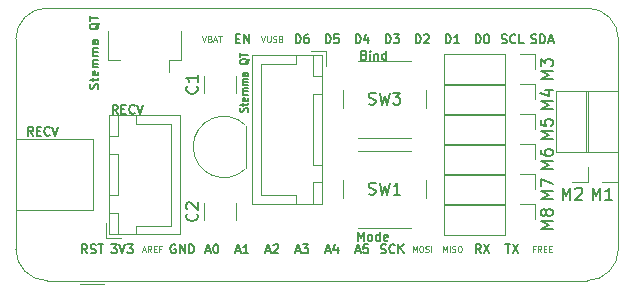
<source format=gbr>
G04 #@! TF.GenerationSoftware,KiCad,Pcbnew,7.0.7*
G04 #@! TF.CreationDate,2023-09-29T20:48:47-07:00*
G04 #@! TF.ProjectId,feather-fc,66656174-6865-4722-9d66-632e6b696361,rev?*
G04 #@! TF.SameCoordinates,Original*
G04 #@! TF.FileFunction,Legend,Top*
G04 #@! TF.FilePolarity,Positive*
%FSLAX46Y46*%
G04 Gerber Fmt 4.6, Leading zero omitted, Abs format (unit mm)*
G04 Created by KiCad (PCBNEW 7.0.7) date 2023-09-29 20:48:47*
%MOMM*%
%LPD*%
G01*
G04 APERTURE LIST*
%ADD10C,0.150000*%
%ADD11C,0.100000*%
%ADD12C,0.120000*%
G04 APERTURE END LIST*
D10*
X54252255Y-44985414D02*
X54252255Y-44235414D01*
X54252255Y-44235414D02*
X54502255Y-44771128D01*
X54502255Y-44771128D02*
X54752255Y-44235414D01*
X54752255Y-44235414D02*
X54752255Y-44985414D01*
X55216541Y-44985414D02*
X55145112Y-44949700D01*
X55145112Y-44949700D02*
X55109398Y-44913985D01*
X55109398Y-44913985D02*
X55073684Y-44842557D01*
X55073684Y-44842557D02*
X55073684Y-44628271D01*
X55073684Y-44628271D02*
X55109398Y-44556842D01*
X55109398Y-44556842D02*
X55145112Y-44521128D01*
X55145112Y-44521128D02*
X55216541Y-44485414D01*
X55216541Y-44485414D02*
X55323684Y-44485414D01*
X55323684Y-44485414D02*
X55395112Y-44521128D01*
X55395112Y-44521128D02*
X55430827Y-44556842D01*
X55430827Y-44556842D02*
X55466541Y-44628271D01*
X55466541Y-44628271D02*
X55466541Y-44842557D01*
X55466541Y-44842557D02*
X55430827Y-44913985D01*
X55430827Y-44913985D02*
X55395112Y-44949700D01*
X55395112Y-44949700D02*
X55323684Y-44985414D01*
X55323684Y-44985414D02*
X55216541Y-44985414D01*
X56109398Y-44985414D02*
X56109398Y-44235414D01*
X56109398Y-44949700D02*
X56037969Y-44985414D01*
X56037969Y-44985414D02*
X55895112Y-44985414D01*
X55895112Y-44985414D02*
X55823683Y-44949700D01*
X55823683Y-44949700D02*
X55787969Y-44913985D01*
X55787969Y-44913985D02*
X55752255Y-44842557D01*
X55752255Y-44842557D02*
X55752255Y-44628271D01*
X55752255Y-44628271D02*
X55787969Y-44556842D01*
X55787969Y-44556842D02*
X55823683Y-44521128D01*
X55823683Y-44521128D02*
X55895112Y-44485414D01*
X55895112Y-44485414D02*
X56037969Y-44485414D01*
X56037969Y-44485414D02*
X56109398Y-44521128D01*
X56752254Y-44949700D02*
X56680826Y-44985414D01*
X56680826Y-44985414D02*
X56537969Y-44985414D01*
X56537969Y-44985414D02*
X56466540Y-44949700D01*
X56466540Y-44949700D02*
X56430826Y-44878271D01*
X56430826Y-44878271D02*
X56430826Y-44592557D01*
X56430826Y-44592557D02*
X56466540Y-44521128D01*
X56466540Y-44521128D02*
X56537969Y-44485414D01*
X56537969Y-44485414D02*
X56680826Y-44485414D01*
X56680826Y-44485414D02*
X56752254Y-44521128D01*
X56752254Y-44521128D02*
X56787969Y-44592557D01*
X56787969Y-44592557D02*
X56787969Y-44663985D01*
X56787969Y-44663985D02*
X56430826Y-44735414D01*
X54792255Y-29277557D02*
X54899398Y-29313271D01*
X54899398Y-29313271D02*
X54935112Y-29348985D01*
X54935112Y-29348985D02*
X54970826Y-29420414D01*
X54970826Y-29420414D02*
X54970826Y-29527557D01*
X54970826Y-29527557D02*
X54935112Y-29598985D01*
X54935112Y-29598985D02*
X54899398Y-29634700D01*
X54899398Y-29634700D02*
X54827969Y-29670414D01*
X54827969Y-29670414D02*
X54542255Y-29670414D01*
X54542255Y-29670414D02*
X54542255Y-28920414D01*
X54542255Y-28920414D02*
X54792255Y-28920414D01*
X54792255Y-28920414D02*
X54863684Y-28956128D01*
X54863684Y-28956128D02*
X54899398Y-28991842D01*
X54899398Y-28991842D02*
X54935112Y-29063271D01*
X54935112Y-29063271D02*
X54935112Y-29134700D01*
X54935112Y-29134700D02*
X54899398Y-29206128D01*
X54899398Y-29206128D02*
X54863684Y-29241842D01*
X54863684Y-29241842D02*
X54792255Y-29277557D01*
X54792255Y-29277557D02*
X54542255Y-29277557D01*
X55292255Y-29670414D02*
X55292255Y-29170414D01*
X55292255Y-28920414D02*
X55256541Y-28956128D01*
X55256541Y-28956128D02*
X55292255Y-28991842D01*
X55292255Y-28991842D02*
X55327969Y-28956128D01*
X55327969Y-28956128D02*
X55292255Y-28920414D01*
X55292255Y-28920414D02*
X55292255Y-28991842D01*
X55649398Y-29170414D02*
X55649398Y-29670414D01*
X55649398Y-29241842D02*
X55685112Y-29206128D01*
X55685112Y-29206128D02*
X55756541Y-29170414D01*
X55756541Y-29170414D02*
X55863684Y-29170414D01*
X55863684Y-29170414D02*
X55935112Y-29206128D01*
X55935112Y-29206128D02*
X55970827Y-29277557D01*
X55970827Y-29277557D02*
X55970827Y-29670414D01*
X56649398Y-29670414D02*
X56649398Y-28920414D01*
X56649398Y-29634700D02*
X56577969Y-29670414D01*
X56577969Y-29670414D02*
X56435112Y-29670414D01*
X56435112Y-29670414D02*
X56363683Y-29634700D01*
X56363683Y-29634700D02*
X56327969Y-29598985D01*
X56327969Y-29598985D02*
X56292255Y-29527557D01*
X56292255Y-29527557D02*
X56292255Y-29313271D01*
X56292255Y-29313271D02*
X56327969Y-29241842D01*
X56327969Y-29241842D02*
X56363683Y-29206128D01*
X56363683Y-29206128D02*
X56435112Y-29170414D01*
X56435112Y-29170414D02*
X56577969Y-29170414D01*
X56577969Y-29170414D02*
X56649398Y-29206128D01*
X33361428Y-45309164D02*
X33825714Y-45309164D01*
X33825714Y-45309164D02*
X33575714Y-45594878D01*
X33575714Y-45594878D02*
X33682857Y-45594878D01*
X33682857Y-45594878D02*
X33754286Y-45630592D01*
X33754286Y-45630592D02*
X33790000Y-45666307D01*
X33790000Y-45666307D02*
X33825714Y-45737735D01*
X33825714Y-45737735D02*
X33825714Y-45916307D01*
X33825714Y-45916307D02*
X33790000Y-45987735D01*
X33790000Y-45987735D02*
X33754286Y-46023450D01*
X33754286Y-46023450D02*
X33682857Y-46059164D01*
X33682857Y-46059164D02*
X33468571Y-46059164D01*
X33468571Y-46059164D02*
X33397143Y-46023450D01*
X33397143Y-46023450D02*
X33361428Y-45987735D01*
X34040000Y-45309164D02*
X34290000Y-46059164D01*
X34290000Y-46059164D02*
X34540000Y-45309164D01*
X34718571Y-45309164D02*
X35182857Y-45309164D01*
X35182857Y-45309164D02*
X34932857Y-45594878D01*
X34932857Y-45594878D02*
X35040000Y-45594878D01*
X35040000Y-45594878D02*
X35111429Y-45630592D01*
X35111429Y-45630592D02*
X35147143Y-45666307D01*
X35147143Y-45666307D02*
X35182857Y-45737735D01*
X35182857Y-45737735D02*
X35182857Y-45916307D01*
X35182857Y-45916307D02*
X35147143Y-45987735D01*
X35147143Y-45987735D02*
X35111429Y-46023450D01*
X35111429Y-46023450D02*
X35040000Y-46059164D01*
X35040000Y-46059164D02*
X34825714Y-46059164D01*
X34825714Y-46059164D02*
X34754286Y-46023450D01*
X34754286Y-46023450D02*
X34718571Y-45987735D01*
D11*
X36020477Y-45803252D02*
X36258572Y-45803252D01*
X35972858Y-45946109D02*
X36139524Y-45446109D01*
X36139524Y-45446109D02*
X36306191Y-45946109D01*
X36758571Y-45946109D02*
X36591905Y-45708014D01*
X36472857Y-45946109D02*
X36472857Y-45446109D01*
X36472857Y-45446109D02*
X36663333Y-45446109D01*
X36663333Y-45446109D02*
X36710952Y-45469919D01*
X36710952Y-45469919D02*
X36734762Y-45493728D01*
X36734762Y-45493728D02*
X36758571Y-45541347D01*
X36758571Y-45541347D02*
X36758571Y-45612776D01*
X36758571Y-45612776D02*
X36734762Y-45660395D01*
X36734762Y-45660395D02*
X36710952Y-45684204D01*
X36710952Y-45684204D02*
X36663333Y-45708014D01*
X36663333Y-45708014D02*
X36472857Y-45708014D01*
X36972857Y-45684204D02*
X37139524Y-45684204D01*
X37210952Y-45946109D02*
X36972857Y-45946109D01*
X36972857Y-45946109D02*
X36972857Y-45446109D01*
X36972857Y-45446109D02*
X37210952Y-45446109D01*
X37591905Y-45684204D02*
X37425238Y-45684204D01*
X37425238Y-45946109D02*
X37425238Y-45446109D01*
X37425238Y-45446109D02*
X37663333Y-45446109D01*
D10*
X38798571Y-45344878D02*
X38727143Y-45309164D01*
X38727143Y-45309164D02*
X38620000Y-45309164D01*
X38620000Y-45309164D02*
X38512857Y-45344878D01*
X38512857Y-45344878D02*
X38441428Y-45416307D01*
X38441428Y-45416307D02*
X38405714Y-45487735D01*
X38405714Y-45487735D02*
X38370000Y-45630592D01*
X38370000Y-45630592D02*
X38370000Y-45737735D01*
X38370000Y-45737735D02*
X38405714Y-45880592D01*
X38405714Y-45880592D02*
X38441428Y-45952021D01*
X38441428Y-45952021D02*
X38512857Y-46023450D01*
X38512857Y-46023450D02*
X38620000Y-46059164D01*
X38620000Y-46059164D02*
X38691428Y-46059164D01*
X38691428Y-46059164D02*
X38798571Y-46023450D01*
X38798571Y-46023450D02*
X38834285Y-45987735D01*
X38834285Y-45987735D02*
X38834285Y-45737735D01*
X38834285Y-45737735D02*
X38691428Y-45737735D01*
X39155714Y-46059164D02*
X39155714Y-45309164D01*
X39155714Y-45309164D02*
X39584285Y-46059164D01*
X39584285Y-46059164D02*
X39584285Y-45309164D01*
X39941428Y-46059164D02*
X39941428Y-45309164D01*
X39941428Y-45309164D02*
X40119999Y-45309164D01*
X40119999Y-45309164D02*
X40227142Y-45344878D01*
X40227142Y-45344878D02*
X40298571Y-45416307D01*
X40298571Y-45416307D02*
X40334285Y-45487735D01*
X40334285Y-45487735D02*
X40369999Y-45630592D01*
X40369999Y-45630592D02*
X40369999Y-45737735D01*
X40369999Y-45737735D02*
X40334285Y-45880592D01*
X40334285Y-45880592D02*
X40298571Y-45952021D01*
X40298571Y-45952021D02*
X40227142Y-46023450D01*
X40227142Y-46023450D02*
X40119999Y-46059164D01*
X40119999Y-46059164D02*
X39941428Y-46059164D01*
X41374286Y-45844878D02*
X41731429Y-45844878D01*
X41302857Y-46059164D02*
X41552857Y-45309164D01*
X41552857Y-45309164D02*
X41802857Y-46059164D01*
X42195714Y-45309164D02*
X42267143Y-45309164D01*
X42267143Y-45309164D02*
X42338571Y-45344878D01*
X42338571Y-45344878D02*
X42374286Y-45380592D01*
X42374286Y-45380592D02*
X42410000Y-45452021D01*
X42410000Y-45452021D02*
X42445714Y-45594878D01*
X42445714Y-45594878D02*
X42445714Y-45773450D01*
X42445714Y-45773450D02*
X42410000Y-45916307D01*
X42410000Y-45916307D02*
X42374286Y-45987735D01*
X42374286Y-45987735D02*
X42338571Y-46023450D01*
X42338571Y-46023450D02*
X42267143Y-46059164D01*
X42267143Y-46059164D02*
X42195714Y-46059164D01*
X42195714Y-46059164D02*
X42124286Y-46023450D01*
X42124286Y-46023450D02*
X42088571Y-45987735D01*
X42088571Y-45987735D02*
X42052857Y-45916307D01*
X42052857Y-45916307D02*
X42017143Y-45773450D01*
X42017143Y-45773450D02*
X42017143Y-45594878D01*
X42017143Y-45594878D02*
X42052857Y-45452021D01*
X42052857Y-45452021D02*
X42088571Y-45380592D01*
X42088571Y-45380592D02*
X42124286Y-45344878D01*
X42124286Y-45344878D02*
X42195714Y-45309164D01*
X43914286Y-45844878D02*
X44271429Y-45844878D01*
X43842857Y-46059164D02*
X44092857Y-45309164D01*
X44092857Y-45309164D02*
X44342857Y-46059164D01*
X44985714Y-46059164D02*
X44557143Y-46059164D01*
X44771428Y-46059164D02*
X44771428Y-45309164D01*
X44771428Y-45309164D02*
X44700000Y-45416307D01*
X44700000Y-45416307D02*
X44628571Y-45487735D01*
X44628571Y-45487735D02*
X44557143Y-45523450D01*
X46454286Y-45844878D02*
X46811429Y-45844878D01*
X46382857Y-46059164D02*
X46632857Y-45309164D01*
X46632857Y-45309164D02*
X46882857Y-46059164D01*
X47097143Y-45380592D02*
X47132857Y-45344878D01*
X47132857Y-45344878D02*
X47204286Y-45309164D01*
X47204286Y-45309164D02*
X47382857Y-45309164D01*
X47382857Y-45309164D02*
X47454286Y-45344878D01*
X47454286Y-45344878D02*
X47490000Y-45380592D01*
X47490000Y-45380592D02*
X47525714Y-45452021D01*
X47525714Y-45452021D02*
X47525714Y-45523450D01*
X47525714Y-45523450D02*
X47490000Y-45630592D01*
X47490000Y-45630592D02*
X47061428Y-46059164D01*
X47061428Y-46059164D02*
X47525714Y-46059164D01*
X48994286Y-45844878D02*
X49351429Y-45844878D01*
X48922857Y-46059164D02*
X49172857Y-45309164D01*
X49172857Y-45309164D02*
X49422857Y-46059164D01*
X49601428Y-45309164D02*
X50065714Y-45309164D01*
X50065714Y-45309164D02*
X49815714Y-45594878D01*
X49815714Y-45594878D02*
X49922857Y-45594878D01*
X49922857Y-45594878D02*
X49994286Y-45630592D01*
X49994286Y-45630592D02*
X50030000Y-45666307D01*
X50030000Y-45666307D02*
X50065714Y-45737735D01*
X50065714Y-45737735D02*
X50065714Y-45916307D01*
X50065714Y-45916307D02*
X50030000Y-45987735D01*
X50030000Y-45987735D02*
X49994286Y-46023450D01*
X49994286Y-46023450D02*
X49922857Y-46059164D01*
X49922857Y-46059164D02*
X49708571Y-46059164D01*
X49708571Y-46059164D02*
X49637143Y-46023450D01*
X49637143Y-46023450D02*
X49601428Y-45987735D01*
X51534286Y-45844878D02*
X51891429Y-45844878D01*
X51462857Y-46059164D02*
X51712857Y-45309164D01*
X51712857Y-45309164D02*
X51962857Y-46059164D01*
X52534286Y-45559164D02*
X52534286Y-46059164D01*
X52355714Y-45273450D02*
X52177143Y-45809164D01*
X52177143Y-45809164D02*
X52641428Y-45809164D01*
X54074286Y-45844878D02*
X54431429Y-45844878D01*
X54002857Y-46059164D02*
X54252857Y-45309164D01*
X54252857Y-45309164D02*
X54502857Y-46059164D01*
X55110000Y-45309164D02*
X54752857Y-45309164D01*
X54752857Y-45309164D02*
X54717143Y-45666307D01*
X54717143Y-45666307D02*
X54752857Y-45630592D01*
X54752857Y-45630592D02*
X54824286Y-45594878D01*
X54824286Y-45594878D02*
X55002857Y-45594878D01*
X55002857Y-45594878D02*
X55074286Y-45630592D01*
X55074286Y-45630592D02*
X55110000Y-45666307D01*
X55110000Y-45666307D02*
X55145714Y-45737735D01*
X55145714Y-45737735D02*
X55145714Y-45916307D01*
X55145714Y-45916307D02*
X55110000Y-45987735D01*
X55110000Y-45987735D02*
X55074286Y-46023450D01*
X55074286Y-46023450D02*
X55002857Y-46059164D01*
X55002857Y-46059164D02*
X54824286Y-46059164D01*
X54824286Y-46059164D02*
X54752857Y-46023450D01*
X54752857Y-46023450D02*
X54717143Y-45987735D01*
X56185714Y-46023450D02*
X56292857Y-46059164D01*
X56292857Y-46059164D02*
X56471428Y-46059164D01*
X56471428Y-46059164D02*
X56542857Y-46023450D01*
X56542857Y-46023450D02*
X56578571Y-45987735D01*
X56578571Y-45987735D02*
X56614285Y-45916307D01*
X56614285Y-45916307D02*
X56614285Y-45844878D01*
X56614285Y-45844878D02*
X56578571Y-45773450D01*
X56578571Y-45773450D02*
X56542857Y-45737735D01*
X56542857Y-45737735D02*
X56471428Y-45702021D01*
X56471428Y-45702021D02*
X56328571Y-45666307D01*
X56328571Y-45666307D02*
X56257142Y-45630592D01*
X56257142Y-45630592D02*
X56221428Y-45594878D01*
X56221428Y-45594878D02*
X56185714Y-45523450D01*
X56185714Y-45523450D02*
X56185714Y-45452021D01*
X56185714Y-45452021D02*
X56221428Y-45380592D01*
X56221428Y-45380592D02*
X56257142Y-45344878D01*
X56257142Y-45344878D02*
X56328571Y-45309164D01*
X56328571Y-45309164D02*
X56507142Y-45309164D01*
X56507142Y-45309164D02*
X56614285Y-45344878D01*
X57364285Y-45987735D02*
X57328571Y-46023450D01*
X57328571Y-46023450D02*
X57221428Y-46059164D01*
X57221428Y-46059164D02*
X57150000Y-46059164D01*
X57150000Y-46059164D02*
X57042857Y-46023450D01*
X57042857Y-46023450D02*
X56971428Y-45952021D01*
X56971428Y-45952021D02*
X56935714Y-45880592D01*
X56935714Y-45880592D02*
X56900000Y-45737735D01*
X56900000Y-45737735D02*
X56900000Y-45630592D01*
X56900000Y-45630592D02*
X56935714Y-45487735D01*
X56935714Y-45487735D02*
X56971428Y-45416307D01*
X56971428Y-45416307D02*
X57042857Y-45344878D01*
X57042857Y-45344878D02*
X57150000Y-45309164D01*
X57150000Y-45309164D02*
X57221428Y-45309164D01*
X57221428Y-45309164D02*
X57328571Y-45344878D01*
X57328571Y-45344878D02*
X57364285Y-45380592D01*
X57685714Y-46059164D02*
X57685714Y-45309164D01*
X58114285Y-46059164D02*
X57792857Y-45630592D01*
X58114285Y-45309164D02*
X57685714Y-45737735D01*
D11*
X58904285Y-45946109D02*
X58904285Y-45446109D01*
X58904285Y-45446109D02*
X59070952Y-45803252D01*
X59070952Y-45803252D02*
X59237618Y-45446109D01*
X59237618Y-45446109D02*
X59237618Y-45946109D01*
X59570952Y-45446109D02*
X59666190Y-45446109D01*
X59666190Y-45446109D02*
X59713809Y-45469919D01*
X59713809Y-45469919D02*
X59761428Y-45517538D01*
X59761428Y-45517538D02*
X59785238Y-45612776D01*
X59785238Y-45612776D02*
X59785238Y-45779442D01*
X59785238Y-45779442D02*
X59761428Y-45874680D01*
X59761428Y-45874680D02*
X59713809Y-45922300D01*
X59713809Y-45922300D02*
X59666190Y-45946109D01*
X59666190Y-45946109D02*
X59570952Y-45946109D01*
X59570952Y-45946109D02*
X59523333Y-45922300D01*
X59523333Y-45922300D02*
X59475714Y-45874680D01*
X59475714Y-45874680D02*
X59451905Y-45779442D01*
X59451905Y-45779442D02*
X59451905Y-45612776D01*
X59451905Y-45612776D02*
X59475714Y-45517538D01*
X59475714Y-45517538D02*
X59523333Y-45469919D01*
X59523333Y-45469919D02*
X59570952Y-45446109D01*
X59975715Y-45922300D02*
X60047143Y-45946109D01*
X60047143Y-45946109D02*
X60166191Y-45946109D01*
X60166191Y-45946109D02*
X60213810Y-45922300D01*
X60213810Y-45922300D02*
X60237619Y-45898490D01*
X60237619Y-45898490D02*
X60261429Y-45850871D01*
X60261429Y-45850871D02*
X60261429Y-45803252D01*
X60261429Y-45803252D02*
X60237619Y-45755633D01*
X60237619Y-45755633D02*
X60213810Y-45731823D01*
X60213810Y-45731823D02*
X60166191Y-45708014D01*
X60166191Y-45708014D02*
X60070953Y-45684204D01*
X60070953Y-45684204D02*
X60023334Y-45660395D01*
X60023334Y-45660395D02*
X59999524Y-45636585D01*
X59999524Y-45636585D02*
X59975715Y-45588966D01*
X59975715Y-45588966D02*
X59975715Y-45541347D01*
X59975715Y-45541347D02*
X59999524Y-45493728D01*
X59999524Y-45493728D02*
X60023334Y-45469919D01*
X60023334Y-45469919D02*
X60070953Y-45446109D01*
X60070953Y-45446109D02*
X60190000Y-45446109D01*
X60190000Y-45446109D02*
X60261429Y-45469919D01*
X60475714Y-45946109D02*
X60475714Y-45446109D01*
X61444285Y-45946109D02*
X61444285Y-45446109D01*
X61444285Y-45446109D02*
X61610952Y-45803252D01*
X61610952Y-45803252D02*
X61777618Y-45446109D01*
X61777618Y-45446109D02*
X61777618Y-45946109D01*
X62015714Y-45946109D02*
X62015714Y-45446109D01*
X62230000Y-45922300D02*
X62301428Y-45946109D01*
X62301428Y-45946109D02*
X62420476Y-45946109D01*
X62420476Y-45946109D02*
X62468095Y-45922300D01*
X62468095Y-45922300D02*
X62491904Y-45898490D01*
X62491904Y-45898490D02*
X62515714Y-45850871D01*
X62515714Y-45850871D02*
X62515714Y-45803252D01*
X62515714Y-45803252D02*
X62491904Y-45755633D01*
X62491904Y-45755633D02*
X62468095Y-45731823D01*
X62468095Y-45731823D02*
X62420476Y-45708014D01*
X62420476Y-45708014D02*
X62325238Y-45684204D01*
X62325238Y-45684204D02*
X62277619Y-45660395D01*
X62277619Y-45660395D02*
X62253809Y-45636585D01*
X62253809Y-45636585D02*
X62230000Y-45588966D01*
X62230000Y-45588966D02*
X62230000Y-45541347D01*
X62230000Y-45541347D02*
X62253809Y-45493728D01*
X62253809Y-45493728D02*
X62277619Y-45469919D01*
X62277619Y-45469919D02*
X62325238Y-45446109D01*
X62325238Y-45446109D02*
X62444285Y-45446109D01*
X62444285Y-45446109D02*
X62515714Y-45469919D01*
X62825237Y-45446109D02*
X62920475Y-45446109D01*
X62920475Y-45446109D02*
X62968094Y-45469919D01*
X62968094Y-45469919D02*
X63015713Y-45517538D01*
X63015713Y-45517538D02*
X63039523Y-45612776D01*
X63039523Y-45612776D02*
X63039523Y-45779442D01*
X63039523Y-45779442D02*
X63015713Y-45874680D01*
X63015713Y-45874680D02*
X62968094Y-45922300D01*
X62968094Y-45922300D02*
X62920475Y-45946109D01*
X62920475Y-45946109D02*
X62825237Y-45946109D01*
X62825237Y-45946109D02*
X62777618Y-45922300D01*
X62777618Y-45922300D02*
X62729999Y-45874680D01*
X62729999Y-45874680D02*
X62706190Y-45779442D01*
X62706190Y-45779442D02*
X62706190Y-45612776D01*
X62706190Y-45612776D02*
X62729999Y-45517538D01*
X62729999Y-45517538D02*
X62777618Y-45469919D01*
X62777618Y-45469919D02*
X62825237Y-45446109D01*
D10*
X64644999Y-46059164D02*
X64394999Y-45702021D01*
X64216428Y-46059164D02*
X64216428Y-45309164D01*
X64216428Y-45309164D02*
X64502142Y-45309164D01*
X64502142Y-45309164D02*
X64573571Y-45344878D01*
X64573571Y-45344878D02*
X64609285Y-45380592D01*
X64609285Y-45380592D02*
X64644999Y-45452021D01*
X64644999Y-45452021D02*
X64644999Y-45559164D01*
X64644999Y-45559164D02*
X64609285Y-45630592D01*
X64609285Y-45630592D02*
X64573571Y-45666307D01*
X64573571Y-45666307D02*
X64502142Y-45702021D01*
X64502142Y-45702021D02*
X64216428Y-45702021D01*
X64894999Y-45309164D02*
X65394999Y-46059164D01*
X65394999Y-45309164D02*
X64894999Y-46059164D01*
X66738571Y-45309164D02*
X67167143Y-45309164D01*
X66952857Y-46059164D02*
X66952857Y-45309164D01*
X67345714Y-45309164D02*
X67845714Y-46059164D01*
X67845714Y-45309164D02*
X67345714Y-46059164D01*
D11*
X69219048Y-45684204D02*
X69052381Y-45684204D01*
X69052381Y-45946109D02*
X69052381Y-45446109D01*
X69052381Y-45446109D02*
X69290476Y-45446109D01*
X69766666Y-45946109D02*
X69600000Y-45708014D01*
X69480952Y-45946109D02*
X69480952Y-45446109D01*
X69480952Y-45446109D02*
X69671428Y-45446109D01*
X69671428Y-45446109D02*
X69719047Y-45469919D01*
X69719047Y-45469919D02*
X69742857Y-45493728D01*
X69742857Y-45493728D02*
X69766666Y-45541347D01*
X69766666Y-45541347D02*
X69766666Y-45612776D01*
X69766666Y-45612776D02*
X69742857Y-45660395D01*
X69742857Y-45660395D02*
X69719047Y-45684204D01*
X69719047Y-45684204D02*
X69671428Y-45708014D01*
X69671428Y-45708014D02*
X69480952Y-45708014D01*
X69980952Y-45684204D02*
X70147619Y-45684204D01*
X70219047Y-45946109D02*
X69980952Y-45946109D01*
X69980952Y-45946109D02*
X69980952Y-45446109D01*
X69980952Y-45446109D02*
X70219047Y-45446109D01*
X70433333Y-45684204D02*
X70600000Y-45684204D01*
X70671428Y-45946109D02*
X70433333Y-45946109D01*
X70433333Y-45946109D02*
X70433333Y-45446109D01*
X70433333Y-45446109D02*
X70671428Y-45446109D01*
D10*
X68939286Y-28243450D02*
X69046429Y-28279164D01*
X69046429Y-28279164D02*
X69225000Y-28279164D01*
X69225000Y-28279164D02*
X69296429Y-28243450D01*
X69296429Y-28243450D02*
X69332143Y-28207735D01*
X69332143Y-28207735D02*
X69367857Y-28136307D01*
X69367857Y-28136307D02*
X69367857Y-28064878D01*
X69367857Y-28064878D02*
X69332143Y-27993450D01*
X69332143Y-27993450D02*
X69296429Y-27957735D01*
X69296429Y-27957735D02*
X69225000Y-27922021D01*
X69225000Y-27922021D02*
X69082143Y-27886307D01*
X69082143Y-27886307D02*
X69010714Y-27850592D01*
X69010714Y-27850592D02*
X68975000Y-27814878D01*
X68975000Y-27814878D02*
X68939286Y-27743450D01*
X68939286Y-27743450D02*
X68939286Y-27672021D01*
X68939286Y-27672021D02*
X68975000Y-27600592D01*
X68975000Y-27600592D02*
X69010714Y-27564878D01*
X69010714Y-27564878D02*
X69082143Y-27529164D01*
X69082143Y-27529164D02*
X69260714Y-27529164D01*
X69260714Y-27529164D02*
X69367857Y-27564878D01*
X69689286Y-28279164D02*
X69689286Y-27529164D01*
X69689286Y-27529164D02*
X69867857Y-27529164D01*
X69867857Y-27529164D02*
X69975000Y-27564878D01*
X69975000Y-27564878D02*
X70046429Y-27636307D01*
X70046429Y-27636307D02*
X70082143Y-27707735D01*
X70082143Y-27707735D02*
X70117857Y-27850592D01*
X70117857Y-27850592D02*
X70117857Y-27957735D01*
X70117857Y-27957735D02*
X70082143Y-28100592D01*
X70082143Y-28100592D02*
X70046429Y-28172021D01*
X70046429Y-28172021D02*
X69975000Y-28243450D01*
X69975000Y-28243450D02*
X69867857Y-28279164D01*
X69867857Y-28279164D02*
X69689286Y-28279164D01*
X70403572Y-28064878D02*
X70760715Y-28064878D01*
X70332143Y-28279164D02*
X70582143Y-27529164D01*
X70582143Y-27529164D02*
X70832143Y-28279164D01*
X66417143Y-28243450D02*
X66524286Y-28279164D01*
X66524286Y-28279164D02*
X66702857Y-28279164D01*
X66702857Y-28279164D02*
X66774286Y-28243450D01*
X66774286Y-28243450D02*
X66810000Y-28207735D01*
X66810000Y-28207735D02*
X66845714Y-28136307D01*
X66845714Y-28136307D02*
X66845714Y-28064878D01*
X66845714Y-28064878D02*
X66810000Y-27993450D01*
X66810000Y-27993450D02*
X66774286Y-27957735D01*
X66774286Y-27957735D02*
X66702857Y-27922021D01*
X66702857Y-27922021D02*
X66560000Y-27886307D01*
X66560000Y-27886307D02*
X66488571Y-27850592D01*
X66488571Y-27850592D02*
X66452857Y-27814878D01*
X66452857Y-27814878D02*
X66417143Y-27743450D01*
X66417143Y-27743450D02*
X66417143Y-27672021D01*
X66417143Y-27672021D02*
X66452857Y-27600592D01*
X66452857Y-27600592D02*
X66488571Y-27564878D01*
X66488571Y-27564878D02*
X66560000Y-27529164D01*
X66560000Y-27529164D02*
X66738571Y-27529164D01*
X66738571Y-27529164D02*
X66845714Y-27564878D01*
X67595714Y-28207735D02*
X67560000Y-28243450D01*
X67560000Y-28243450D02*
X67452857Y-28279164D01*
X67452857Y-28279164D02*
X67381429Y-28279164D01*
X67381429Y-28279164D02*
X67274286Y-28243450D01*
X67274286Y-28243450D02*
X67202857Y-28172021D01*
X67202857Y-28172021D02*
X67167143Y-28100592D01*
X67167143Y-28100592D02*
X67131429Y-27957735D01*
X67131429Y-27957735D02*
X67131429Y-27850592D01*
X67131429Y-27850592D02*
X67167143Y-27707735D01*
X67167143Y-27707735D02*
X67202857Y-27636307D01*
X67202857Y-27636307D02*
X67274286Y-27564878D01*
X67274286Y-27564878D02*
X67381429Y-27529164D01*
X67381429Y-27529164D02*
X67452857Y-27529164D01*
X67452857Y-27529164D02*
X67560000Y-27564878D01*
X67560000Y-27564878D02*
X67595714Y-27600592D01*
X68274286Y-28279164D02*
X67917143Y-28279164D01*
X67917143Y-28279164D02*
X67917143Y-27529164D01*
X64216428Y-28279164D02*
X64216428Y-27529164D01*
X64216428Y-27529164D02*
X64394999Y-27529164D01*
X64394999Y-27529164D02*
X64502142Y-27564878D01*
X64502142Y-27564878D02*
X64573571Y-27636307D01*
X64573571Y-27636307D02*
X64609285Y-27707735D01*
X64609285Y-27707735D02*
X64644999Y-27850592D01*
X64644999Y-27850592D02*
X64644999Y-27957735D01*
X64644999Y-27957735D02*
X64609285Y-28100592D01*
X64609285Y-28100592D02*
X64573571Y-28172021D01*
X64573571Y-28172021D02*
X64502142Y-28243450D01*
X64502142Y-28243450D02*
X64394999Y-28279164D01*
X64394999Y-28279164D02*
X64216428Y-28279164D01*
X65109285Y-27529164D02*
X65180714Y-27529164D01*
X65180714Y-27529164D02*
X65252142Y-27564878D01*
X65252142Y-27564878D02*
X65287857Y-27600592D01*
X65287857Y-27600592D02*
X65323571Y-27672021D01*
X65323571Y-27672021D02*
X65359285Y-27814878D01*
X65359285Y-27814878D02*
X65359285Y-27993450D01*
X65359285Y-27993450D02*
X65323571Y-28136307D01*
X65323571Y-28136307D02*
X65287857Y-28207735D01*
X65287857Y-28207735D02*
X65252142Y-28243450D01*
X65252142Y-28243450D02*
X65180714Y-28279164D01*
X65180714Y-28279164D02*
X65109285Y-28279164D01*
X65109285Y-28279164D02*
X65037857Y-28243450D01*
X65037857Y-28243450D02*
X65002142Y-28207735D01*
X65002142Y-28207735D02*
X64966428Y-28136307D01*
X64966428Y-28136307D02*
X64930714Y-27993450D01*
X64930714Y-27993450D02*
X64930714Y-27814878D01*
X64930714Y-27814878D02*
X64966428Y-27672021D01*
X64966428Y-27672021D02*
X65002142Y-27600592D01*
X65002142Y-27600592D02*
X65037857Y-27564878D01*
X65037857Y-27564878D02*
X65109285Y-27529164D01*
X61676428Y-28279164D02*
X61676428Y-27529164D01*
X61676428Y-27529164D02*
X61854999Y-27529164D01*
X61854999Y-27529164D02*
X61962142Y-27564878D01*
X61962142Y-27564878D02*
X62033571Y-27636307D01*
X62033571Y-27636307D02*
X62069285Y-27707735D01*
X62069285Y-27707735D02*
X62104999Y-27850592D01*
X62104999Y-27850592D02*
X62104999Y-27957735D01*
X62104999Y-27957735D02*
X62069285Y-28100592D01*
X62069285Y-28100592D02*
X62033571Y-28172021D01*
X62033571Y-28172021D02*
X61962142Y-28243450D01*
X61962142Y-28243450D02*
X61854999Y-28279164D01*
X61854999Y-28279164D02*
X61676428Y-28279164D01*
X62819285Y-28279164D02*
X62390714Y-28279164D01*
X62604999Y-28279164D02*
X62604999Y-27529164D01*
X62604999Y-27529164D02*
X62533571Y-27636307D01*
X62533571Y-27636307D02*
X62462142Y-27707735D01*
X62462142Y-27707735D02*
X62390714Y-27743450D01*
X59136428Y-28279164D02*
X59136428Y-27529164D01*
X59136428Y-27529164D02*
X59314999Y-27529164D01*
X59314999Y-27529164D02*
X59422142Y-27564878D01*
X59422142Y-27564878D02*
X59493571Y-27636307D01*
X59493571Y-27636307D02*
X59529285Y-27707735D01*
X59529285Y-27707735D02*
X59564999Y-27850592D01*
X59564999Y-27850592D02*
X59564999Y-27957735D01*
X59564999Y-27957735D02*
X59529285Y-28100592D01*
X59529285Y-28100592D02*
X59493571Y-28172021D01*
X59493571Y-28172021D02*
X59422142Y-28243450D01*
X59422142Y-28243450D02*
X59314999Y-28279164D01*
X59314999Y-28279164D02*
X59136428Y-28279164D01*
X59850714Y-27600592D02*
X59886428Y-27564878D01*
X59886428Y-27564878D02*
X59957857Y-27529164D01*
X59957857Y-27529164D02*
X60136428Y-27529164D01*
X60136428Y-27529164D02*
X60207857Y-27564878D01*
X60207857Y-27564878D02*
X60243571Y-27600592D01*
X60243571Y-27600592D02*
X60279285Y-27672021D01*
X60279285Y-27672021D02*
X60279285Y-27743450D01*
X60279285Y-27743450D02*
X60243571Y-27850592D01*
X60243571Y-27850592D02*
X59814999Y-28279164D01*
X59814999Y-28279164D02*
X60279285Y-28279164D01*
X56596428Y-28279164D02*
X56596428Y-27529164D01*
X56596428Y-27529164D02*
X56774999Y-27529164D01*
X56774999Y-27529164D02*
X56882142Y-27564878D01*
X56882142Y-27564878D02*
X56953571Y-27636307D01*
X56953571Y-27636307D02*
X56989285Y-27707735D01*
X56989285Y-27707735D02*
X57024999Y-27850592D01*
X57024999Y-27850592D02*
X57024999Y-27957735D01*
X57024999Y-27957735D02*
X56989285Y-28100592D01*
X56989285Y-28100592D02*
X56953571Y-28172021D01*
X56953571Y-28172021D02*
X56882142Y-28243450D01*
X56882142Y-28243450D02*
X56774999Y-28279164D01*
X56774999Y-28279164D02*
X56596428Y-28279164D01*
X57274999Y-27529164D02*
X57739285Y-27529164D01*
X57739285Y-27529164D02*
X57489285Y-27814878D01*
X57489285Y-27814878D02*
X57596428Y-27814878D01*
X57596428Y-27814878D02*
X57667857Y-27850592D01*
X57667857Y-27850592D02*
X57703571Y-27886307D01*
X57703571Y-27886307D02*
X57739285Y-27957735D01*
X57739285Y-27957735D02*
X57739285Y-28136307D01*
X57739285Y-28136307D02*
X57703571Y-28207735D01*
X57703571Y-28207735D02*
X57667857Y-28243450D01*
X57667857Y-28243450D02*
X57596428Y-28279164D01*
X57596428Y-28279164D02*
X57382142Y-28279164D01*
X57382142Y-28279164D02*
X57310714Y-28243450D01*
X57310714Y-28243450D02*
X57274999Y-28207735D01*
X54056428Y-28279164D02*
X54056428Y-27529164D01*
X54056428Y-27529164D02*
X54234999Y-27529164D01*
X54234999Y-27529164D02*
X54342142Y-27564878D01*
X54342142Y-27564878D02*
X54413571Y-27636307D01*
X54413571Y-27636307D02*
X54449285Y-27707735D01*
X54449285Y-27707735D02*
X54484999Y-27850592D01*
X54484999Y-27850592D02*
X54484999Y-27957735D01*
X54484999Y-27957735D02*
X54449285Y-28100592D01*
X54449285Y-28100592D02*
X54413571Y-28172021D01*
X54413571Y-28172021D02*
X54342142Y-28243450D01*
X54342142Y-28243450D02*
X54234999Y-28279164D01*
X54234999Y-28279164D02*
X54056428Y-28279164D01*
X55127857Y-27779164D02*
X55127857Y-28279164D01*
X54949285Y-27493450D02*
X54770714Y-28029164D01*
X54770714Y-28029164D02*
X55234999Y-28029164D01*
X51516428Y-28279164D02*
X51516428Y-27529164D01*
X51516428Y-27529164D02*
X51694999Y-27529164D01*
X51694999Y-27529164D02*
X51802142Y-27564878D01*
X51802142Y-27564878D02*
X51873571Y-27636307D01*
X51873571Y-27636307D02*
X51909285Y-27707735D01*
X51909285Y-27707735D02*
X51944999Y-27850592D01*
X51944999Y-27850592D02*
X51944999Y-27957735D01*
X51944999Y-27957735D02*
X51909285Y-28100592D01*
X51909285Y-28100592D02*
X51873571Y-28172021D01*
X51873571Y-28172021D02*
X51802142Y-28243450D01*
X51802142Y-28243450D02*
X51694999Y-28279164D01*
X51694999Y-28279164D02*
X51516428Y-28279164D01*
X52623571Y-27529164D02*
X52266428Y-27529164D01*
X52266428Y-27529164D02*
X52230714Y-27886307D01*
X52230714Y-27886307D02*
X52266428Y-27850592D01*
X52266428Y-27850592D02*
X52337857Y-27814878D01*
X52337857Y-27814878D02*
X52516428Y-27814878D01*
X52516428Y-27814878D02*
X52587857Y-27850592D01*
X52587857Y-27850592D02*
X52623571Y-27886307D01*
X52623571Y-27886307D02*
X52659285Y-27957735D01*
X52659285Y-27957735D02*
X52659285Y-28136307D01*
X52659285Y-28136307D02*
X52623571Y-28207735D01*
X52623571Y-28207735D02*
X52587857Y-28243450D01*
X52587857Y-28243450D02*
X52516428Y-28279164D01*
X52516428Y-28279164D02*
X52337857Y-28279164D01*
X52337857Y-28279164D02*
X52266428Y-28243450D01*
X52266428Y-28243450D02*
X52230714Y-28207735D01*
X48976428Y-28279164D02*
X48976428Y-27529164D01*
X48976428Y-27529164D02*
X49154999Y-27529164D01*
X49154999Y-27529164D02*
X49262142Y-27564878D01*
X49262142Y-27564878D02*
X49333571Y-27636307D01*
X49333571Y-27636307D02*
X49369285Y-27707735D01*
X49369285Y-27707735D02*
X49404999Y-27850592D01*
X49404999Y-27850592D02*
X49404999Y-27957735D01*
X49404999Y-27957735D02*
X49369285Y-28100592D01*
X49369285Y-28100592D02*
X49333571Y-28172021D01*
X49333571Y-28172021D02*
X49262142Y-28243450D01*
X49262142Y-28243450D02*
X49154999Y-28279164D01*
X49154999Y-28279164D02*
X48976428Y-28279164D01*
X50047857Y-27529164D02*
X49904999Y-27529164D01*
X49904999Y-27529164D02*
X49833571Y-27564878D01*
X49833571Y-27564878D02*
X49797857Y-27600592D01*
X49797857Y-27600592D02*
X49726428Y-27707735D01*
X49726428Y-27707735D02*
X49690714Y-27850592D01*
X49690714Y-27850592D02*
X49690714Y-28136307D01*
X49690714Y-28136307D02*
X49726428Y-28207735D01*
X49726428Y-28207735D02*
X49762142Y-28243450D01*
X49762142Y-28243450D02*
X49833571Y-28279164D01*
X49833571Y-28279164D02*
X49976428Y-28279164D01*
X49976428Y-28279164D02*
X50047857Y-28243450D01*
X50047857Y-28243450D02*
X50083571Y-28207735D01*
X50083571Y-28207735D02*
X50119285Y-28136307D01*
X50119285Y-28136307D02*
X50119285Y-27957735D01*
X50119285Y-27957735D02*
X50083571Y-27886307D01*
X50083571Y-27886307D02*
X50047857Y-27850592D01*
X50047857Y-27850592D02*
X49976428Y-27814878D01*
X49976428Y-27814878D02*
X49833571Y-27814878D01*
X49833571Y-27814878D02*
X49762142Y-27850592D01*
X49762142Y-27850592D02*
X49726428Y-27886307D01*
X49726428Y-27886307D02*
X49690714Y-27957735D01*
X43896429Y-27886307D02*
X44146429Y-27886307D01*
X44253572Y-28279164D02*
X43896429Y-28279164D01*
X43896429Y-28279164D02*
X43896429Y-27529164D01*
X43896429Y-27529164D02*
X44253572Y-27529164D01*
X44575000Y-28279164D02*
X44575000Y-27529164D01*
X44575000Y-27529164D02*
X45003571Y-28279164D01*
X45003571Y-28279164D02*
X45003571Y-27529164D01*
D11*
X41088572Y-27666109D02*
X41255238Y-28166109D01*
X41255238Y-28166109D02*
X41421905Y-27666109D01*
X41755238Y-27904204D02*
X41826666Y-27928014D01*
X41826666Y-27928014D02*
X41850476Y-27951823D01*
X41850476Y-27951823D02*
X41874285Y-27999442D01*
X41874285Y-27999442D02*
X41874285Y-28070871D01*
X41874285Y-28070871D02*
X41850476Y-28118490D01*
X41850476Y-28118490D02*
X41826666Y-28142300D01*
X41826666Y-28142300D02*
X41779047Y-28166109D01*
X41779047Y-28166109D02*
X41588571Y-28166109D01*
X41588571Y-28166109D02*
X41588571Y-27666109D01*
X41588571Y-27666109D02*
X41755238Y-27666109D01*
X41755238Y-27666109D02*
X41802857Y-27689919D01*
X41802857Y-27689919D02*
X41826666Y-27713728D01*
X41826666Y-27713728D02*
X41850476Y-27761347D01*
X41850476Y-27761347D02*
X41850476Y-27808966D01*
X41850476Y-27808966D02*
X41826666Y-27856585D01*
X41826666Y-27856585D02*
X41802857Y-27880395D01*
X41802857Y-27880395D02*
X41755238Y-27904204D01*
X41755238Y-27904204D02*
X41588571Y-27904204D01*
X42064762Y-28023252D02*
X42302857Y-28023252D01*
X42017143Y-28166109D02*
X42183809Y-27666109D01*
X42183809Y-27666109D02*
X42350476Y-28166109D01*
X42445714Y-27666109D02*
X42731428Y-27666109D01*
X42588571Y-28166109D02*
X42588571Y-27666109D01*
X46073334Y-27666109D02*
X46240000Y-28166109D01*
X46240000Y-28166109D02*
X46406667Y-27666109D01*
X46573333Y-27666109D02*
X46573333Y-28070871D01*
X46573333Y-28070871D02*
X46597143Y-28118490D01*
X46597143Y-28118490D02*
X46620952Y-28142300D01*
X46620952Y-28142300D02*
X46668571Y-28166109D01*
X46668571Y-28166109D02*
X46763809Y-28166109D01*
X46763809Y-28166109D02*
X46811428Y-28142300D01*
X46811428Y-28142300D02*
X46835238Y-28118490D01*
X46835238Y-28118490D02*
X46859047Y-28070871D01*
X46859047Y-28070871D02*
X46859047Y-27666109D01*
X47073334Y-28142300D02*
X47144762Y-28166109D01*
X47144762Y-28166109D02*
X47263810Y-28166109D01*
X47263810Y-28166109D02*
X47311429Y-28142300D01*
X47311429Y-28142300D02*
X47335238Y-28118490D01*
X47335238Y-28118490D02*
X47359048Y-28070871D01*
X47359048Y-28070871D02*
X47359048Y-28023252D01*
X47359048Y-28023252D02*
X47335238Y-27975633D01*
X47335238Y-27975633D02*
X47311429Y-27951823D01*
X47311429Y-27951823D02*
X47263810Y-27928014D01*
X47263810Y-27928014D02*
X47168572Y-27904204D01*
X47168572Y-27904204D02*
X47120953Y-27880395D01*
X47120953Y-27880395D02*
X47097143Y-27856585D01*
X47097143Y-27856585D02*
X47073334Y-27808966D01*
X47073334Y-27808966D02*
X47073334Y-27761347D01*
X47073334Y-27761347D02*
X47097143Y-27713728D01*
X47097143Y-27713728D02*
X47120953Y-27689919D01*
X47120953Y-27689919D02*
X47168572Y-27666109D01*
X47168572Y-27666109D02*
X47287619Y-27666109D01*
X47287619Y-27666109D02*
X47359048Y-27689919D01*
X47740000Y-27904204D02*
X47811428Y-27928014D01*
X47811428Y-27928014D02*
X47835238Y-27951823D01*
X47835238Y-27951823D02*
X47859047Y-27999442D01*
X47859047Y-27999442D02*
X47859047Y-28070871D01*
X47859047Y-28070871D02*
X47835238Y-28118490D01*
X47835238Y-28118490D02*
X47811428Y-28142300D01*
X47811428Y-28142300D02*
X47763809Y-28166109D01*
X47763809Y-28166109D02*
X47573333Y-28166109D01*
X47573333Y-28166109D02*
X47573333Y-27666109D01*
X47573333Y-27666109D02*
X47740000Y-27666109D01*
X47740000Y-27666109D02*
X47787619Y-27689919D01*
X47787619Y-27689919D02*
X47811428Y-27713728D01*
X47811428Y-27713728D02*
X47835238Y-27761347D01*
X47835238Y-27761347D02*
X47835238Y-27808966D01*
X47835238Y-27808966D02*
X47811428Y-27856585D01*
X47811428Y-27856585D02*
X47787619Y-27880395D01*
X47787619Y-27880395D02*
X47740000Y-27904204D01*
X47740000Y-27904204D02*
X47573333Y-27904204D01*
D10*
X44949700Y-34077030D02*
X44985414Y-33991316D01*
X44985414Y-33991316D02*
X44985414Y-33848458D01*
X44985414Y-33848458D02*
X44949700Y-33791316D01*
X44949700Y-33791316D02*
X44913985Y-33762744D01*
X44913985Y-33762744D02*
X44842557Y-33734173D01*
X44842557Y-33734173D02*
X44771128Y-33734173D01*
X44771128Y-33734173D02*
X44699700Y-33762744D01*
X44699700Y-33762744D02*
X44663985Y-33791316D01*
X44663985Y-33791316D02*
X44628271Y-33848458D01*
X44628271Y-33848458D02*
X44592557Y-33962744D01*
X44592557Y-33962744D02*
X44556842Y-34019887D01*
X44556842Y-34019887D02*
X44521128Y-34048458D01*
X44521128Y-34048458D02*
X44449700Y-34077030D01*
X44449700Y-34077030D02*
X44378271Y-34077030D01*
X44378271Y-34077030D02*
X44306842Y-34048458D01*
X44306842Y-34048458D02*
X44271128Y-34019887D01*
X44271128Y-34019887D02*
X44235414Y-33962744D01*
X44235414Y-33962744D02*
X44235414Y-33819887D01*
X44235414Y-33819887D02*
X44271128Y-33734173D01*
X44485414Y-33562744D02*
X44485414Y-33334172D01*
X44235414Y-33477029D02*
X44878271Y-33477029D01*
X44878271Y-33477029D02*
X44949700Y-33448458D01*
X44949700Y-33448458D02*
X44985414Y-33391315D01*
X44985414Y-33391315D02*
X44985414Y-33334172D01*
X44949700Y-32905601D02*
X44985414Y-32962744D01*
X44985414Y-32962744D02*
X44985414Y-33077030D01*
X44985414Y-33077030D02*
X44949700Y-33134172D01*
X44949700Y-33134172D02*
X44878271Y-33162744D01*
X44878271Y-33162744D02*
X44592557Y-33162744D01*
X44592557Y-33162744D02*
X44521128Y-33134172D01*
X44521128Y-33134172D02*
X44485414Y-33077030D01*
X44485414Y-33077030D02*
X44485414Y-32962744D01*
X44485414Y-32962744D02*
X44521128Y-32905601D01*
X44521128Y-32905601D02*
X44592557Y-32877030D01*
X44592557Y-32877030D02*
X44663985Y-32877030D01*
X44663985Y-32877030D02*
X44735414Y-33162744D01*
X44985414Y-32619886D02*
X44485414Y-32619886D01*
X44556842Y-32619886D02*
X44521128Y-32591315D01*
X44521128Y-32591315D02*
X44485414Y-32534172D01*
X44485414Y-32534172D02*
X44485414Y-32448458D01*
X44485414Y-32448458D02*
X44521128Y-32391315D01*
X44521128Y-32391315D02*
X44592557Y-32362744D01*
X44592557Y-32362744D02*
X44985414Y-32362744D01*
X44592557Y-32362744D02*
X44521128Y-32334172D01*
X44521128Y-32334172D02*
X44485414Y-32277029D01*
X44485414Y-32277029D02*
X44485414Y-32191315D01*
X44485414Y-32191315D02*
X44521128Y-32134172D01*
X44521128Y-32134172D02*
X44592557Y-32105601D01*
X44592557Y-32105601D02*
X44985414Y-32105601D01*
X44985414Y-31819886D02*
X44485414Y-31819886D01*
X44556842Y-31819886D02*
X44521128Y-31791315D01*
X44521128Y-31791315D02*
X44485414Y-31734172D01*
X44485414Y-31734172D02*
X44485414Y-31648458D01*
X44485414Y-31648458D02*
X44521128Y-31591315D01*
X44521128Y-31591315D02*
X44592557Y-31562744D01*
X44592557Y-31562744D02*
X44985414Y-31562744D01*
X44592557Y-31562744D02*
X44521128Y-31534172D01*
X44521128Y-31534172D02*
X44485414Y-31477029D01*
X44485414Y-31477029D02*
X44485414Y-31391315D01*
X44485414Y-31391315D02*
X44521128Y-31334172D01*
X44521128Y-31334172D02*
X44592557Y-31305601D01*
X44592557Y-31305601D02*
X44985414Y-31305601D01*
X44985414Y-30762744D02*
X44592557Y-30762744D01*
X44592557Y-30762744D02*
X44521128Y-30791315D01*
X44521128Y-30791315D02*
X44485414Y-30848458D01*
X44485414Y-30848458D02*
X44485414Y-30962744D01*
X44485414Y-30962744D02*
X44521128Y-31019886D01*
X44949700Y-30762744D02*
X44985414Y-30819886D01*
X44985414Y-30819886D02*
X44985414Y-30962744D01*
X44985414Y-30962744D02*
X44949700Y-31019886D01*
X44949700Y-31019886D02*
X44878271Y-31048458D01*
X44878271Y-31048458D02*
X44806842Y-31048458D01*
X44806842Y-31048458D02*
X44735414Y-31019886D01*
X44735414Y-31019886D02*
X44699700Y-30962744D01*
X44699700Y-30962744D02*
X44699700Y-30819886D01*
X44699700Y-30819886D02*
X44663985Y-30762744D01*
X45056842Y-29619886D02*
X45021128Y-29677029D01*
X45021128Y-29677029D02*
X44949700Y-29734172D01*
X44949700Y-29734172D02*
X44842557Y-29819886D01*
X44842557Y-29819886D02*
X44806842Y-29877029D01*
X44806842Y-29877029D02*
X44806842Y-29934172D01*
X44985414Y-29905601D02*
X44949700Y-29962744D01*
X44949700Y-29962744D02*
X44878271Y-30019886D01*
X44878271Y-30019886D02*
X44735414Y-30048458D01*
X44735414Y-30048458D02*
X44485414Y-30048458D01*
X44485414Y-30048458D02*
X44342557Y-30019886D01*
X44342557Y-30019886D02*
X44271128Y-29962744D01*
X44271128Y-29962744D02*
X44235414Y-29905601D01*
X44235414Y-29905601D02*
X44235414Y-29791315D01*
X44235414Y-29791315D02*
X44271128Y-29734172D01*
X44271128Y-29734172D02*
X44342557Y-29677029D01*
X44342557Y-29677029D02*
X44485414Y-29648458D01*
X44485414Y-29648458D02*
X44735414Y-29648458D01*
X44735414Y-29648458D02*
X44878271Y-29677029D01*
X44878271Y-29677029D02*
X44949700Y-29734172D01*
X44949700Y-29734172D02*
X44985414Y-29791315D01*
X44985414Y-29791315D02*
X44985414Y-29905601D01*
X44235414Y-29477030D02*
X44235414Y-29134173D01*
X44985414Y-29305601D02*
X44235414Y-29305601D01*
X31339285Y-46059164D02*
X31089285Y-45702021D01*
X30910714Y-46059164D02*
X30910714Y-45309164D01*
X30910714Y-45309164D02*
X31196428Y-45309164D01*
X31196428Y-45309164D02*
X31267857Y-45344878D01*
X31267857Y-45344878D02*
X31303571Y-45380592D01*
X31303571Y-45380592D02*
X31339285Y-45452021D01*
X31339285Y-45452021D02*
X31339285Y-45559164D01*
X31339285Y-45559164D02*
X31303571Y-45630592D01*
X31303571Y-45630592D02*
X31267857Y-45666307D01*
X31267857Y-45666307D02*
X31196428Y-45702021D01*
X31196428Y-45702021D02*
X30910714Y-45702021D01*
X31625000Y-46023450D02*
X31732143Y-46059164D01*
X31732143Y-46059164D02*
X31910714Y-46059164D01*
X31910714Y-46059164D02*
X31982143Y-46023450D01*
X31982143Y-46023450D02*
X32017857Y-45987735D01*
X32017857Y-45987735D02*
X32053571Y-45916307D01*
X32053571Y-45916307D02*
X32053571Y-45844878D01*
X32053571Y-45844878D02*
X32017857Y-45773450D01*
X32017857Y-45773450D02*
X31982143Y-45737735D01*
X31982143Y-45737735D02*
X31910714Y-45702021D01*
X31910714Y-45702021D02*
X31767857Y-45666307D01*
X31767857Y-45666307D02*
X31696428Y-45630592D01*
X31696428Y-45630592D02*
X31660714Y-45594878D01*
X31660714Y-45594878D02*
X31625000Y-45523450D01*
X31625000Y-45523450D02*
X31625000Y-45452021D01*
X31625000Y-45452021D02*
X31660714Y-45380592D01*
X31660714Y-45380592D02*
X31696428Y-45344878D01*
X31696428Y-45344878D02*
X31767857Y-45309164D01*
X31767857Y-45309164D02*
X31946428Y-45309164D01*
X31946428Y-45309164D02*
X32053571Y-45344878D01*
X32267857Y-45309164D02*
X32696429Y-45309164D01*
X32482143Y-46059164D02*
X32482143Y-45309164D01*
X33915826Y-34250414D02*
X33665826Y-33893271D01*
X33487255Y-34250414D02*
X33487255Y-33500414D01*
X33487255Y-33500414D02*
X33772969Y-33500414D01*
X33772969Y-33500414D02*
X33844398Y-33536128D01*
X33844398Y-33536128D02*
X33880112Y-33571842D01*
X33880112Y-33571842D02*
X33915826Y-33643271D01*
X33915826Y-33643271D02*
X33915826Y-33750414D01*
X33915826Y-33750414D02*
X33880112Y-33821842D01*
X33880112Y-33821842D02*
X33844398Y-33857557D01*
X33844398Y-33857557D02*
X33772969Y-33893271D01*
X33772969Y-33893271D02*
X33487255Y-33893271D01*
X34237255Y-33857557D02*
X34487255Y-33857557D01*
X34594398Y-34250414D02*
X34237255Y-34250414D01*
X34237255Y-34250414D02*
X34237255Y-33500414D01*
X34237255Y-33500414D02*
X34594398Y-33500414D01*
X35344397Y-34178985D02*
X35308683Y-34214700D01*
X35308683Y-34214700D02*
X35201540Y-34250414D01*
X35201540Y-34250414D02*
X35130112Y-34250414D01*
X35130112Y-34250414D02*
X35022969Y-34214700D01*
X35022969Y-34214700D02*
X34951540Y-34143271D01*
X34951540Y-34143271D02*
X34915826Y-34071842D01*
X34915826Y-34071842D02*
X34880112Y-33928985D01*
X34880112Y-33928985D02*
X34880112Y-33821842D01*
X34880112Y-33821842D02*
X34915826Y-33678985D01*
X34915826Y-33678985D02*
X34951540Y-33607557D01*
X34951540Y-33607557D02*
X35022969Y-33536128D01*
X35022969Y-33536128D02*
X35130112Y-33500414D01*
X35130112Y-33500414D02*
X35201540Y-33500414D01*
X35201540Y-33500414D02*
X35308683Y-33536128D01*
X35308683Y-33536128D02*
X35344397Y-33571842D01*
X35558683Y-33500414D02*
X35808683Y-34250414D01*
X35808683Y-34250414D02*
X36058683Y-33500414D01*
X32249700Y-32143458D02*
X32285414Y-32036316D01*
X32285414Y-32036316D02*
X32285414Y-31857744D01*
X32285414Y-31857744D02*
X32249700Y-31786316D01*
X32249700Y-31786316D02*
X32213985Y-31750601D01*
X32213985Y-31750601D02*
X32142557Y-31714887D01*
X32142557Y-31714887D02*
X32071128Y-31714887D01*
X32071128Y-31714887D02*
X31999700Y-31750601D01*
X31999700Y-31750601D02*
X31963985Y-31786316D01*
X31963985Y-31786316D02*
X31928271Y-31857744D01*
X31928271Y-31857744D02*
X31892557Y-32000601D01*
X31892557Y-32000601D02*
X31856842Y-32072030D01*
X31856842Y-32072030D02*
X31821128Y-32107744D01*
X31821128Y-32107744D02*
X31749700Y-32143458D01*
X31749700Y-32143458D02*
X31678271Y-32143458D01*
X31678271Y-32143458D02*
X31606842Y-32107744D01*
X31606842Y-32107744D02*
X31571128Y-32072030D01*
X31571128Y-32072030D02*
X31535414Y-32000601D01*
X31535414Y-32000601D02*
X31535414Y-31822030D01*
X31535414Y-31822030D02*
X31571128Y-31714887D01*
X31785414Y-31500601D02*
X31785414Y-31214887D01*
X31535414Y-31393458D02*
X32178271Y-31393458D01*
X32178271Y-31393458D02*
X32249700Y-31357744D01*
X32249700Y-31357744D02*
X32285414Y-31286315D01*
X32285414Y-31286315D02*
X32285414Y-31214887D01*
X32249700Y-30679173D02*
X32285414Y-30750601D01*
X32285414Y-30750601D02*
X32285414Y-30893459D01*
X32285414Y-30893459D02*
X32249700Y-30964887D01*
X32249700Y-30964887D02*
X32178271Y-31000601D01*
X32178271Y-31000601D02*
X31892557Y-31000601D01*
X31892557Y-31000601D02*
X31821128Y-30964887D01*
X31821128Y-30964887D02*
X31785414Y-30893459D01*
X31785414Y-30893459D02*
X31785414Y-30750601D01*
X31785414Y-30750601D02*
X31821128Y-30679173D01*
X31821128Y-30679173D02*
X31892557Y-30643459D01*
X31892557Y-30643459D02*
X31963985Y-30643459D01*
X31963985Y-30643459D02*
X32035414Y-31000601D01*
X32285414Y-30322030D02*
X31785414Y-30322030D01*
X31856842Y-30322030D02*
X31821128Y-30286316D01*
X31821128Y-30286316D02*
X31785414Y-30214887D01*
X31785414Y-30214887D02*
X31785414Y-30107744D01*
X31785414Y-30107744D02*
X31821128Y-30036316D01*
X31821128Y-30036316D02*
X31892557Y-30000602D01*
X31892557Y-30000602D02*
X32285414Y-30000602D01*
X31892557Y-30000602D02*
X31821128Y-29964887D01*
X31821128Y-29964887D02*
X31785414Y-29893459D01*
X31785414Y-29893459D02*
X31785414Y-29786316D01*
X31785414Y-29786316D02*
X31821128Y-29714887D01*
X31821128Y-29714887D02*
X31892557Y-29679173D01*
X31892557Y-29679173D02*
X32285414Y-29679173D01*
X32285414Y-29322030D02*
X31785414Y-29322030D01*
X31856842Y-29322030D02*
X31821128Y-29286316D01*
X31821128Y-29286316D02*
X31785414Y-29214887D01*
X31785414Y-29214887D02*
X31785414Y-29107744D01*
X31785414Y-29107744D02*
X31821128Y-29036316D01*
X31821128Y-29036316D02*
X31892557Y-29000602D01*
X31892557Y-29000602D02*
X32285414Y-29000602D01*
X31892557Y-29000602D02*
X31821128Y-28964887D01*
X31821128Y-28964887D02*
X31785414Y-28893459D01*
X31785414Y-28893459D02*
X31785414Y-28786316D01*
X31785414Y-28786316D02*
X31821128Y-28714887D01*
X31821128Y-28714887D02*
X31892557Y-28679173D01*
X31892557Y-28679173D02*
X32285414Y-28679173D01*
X32285414Y-28000602D02*
X31892557Y-28000602D01*
X31892557Y-28000602D02*
X31821128Y-28036316D01*
X31821128Y-28036316D02*
X31785414Y-28107744D01*
X31785414Y-28107744D02*
X31785414Y-28250602D01*
X31785414Y-28250602D02*
X31821128Y-28322030D01*
X32249700Y-28000602D02*
X32285414Y-28072030D01*
X32285414Y-28072030D02*
X32285414Y-28250602D01*
X32285414Y-28250602D02*
X32249700Y-28322030D01*
X32249700Y-28322030D02*
X32178271Y-28357744D01*
X32178271Y-28357744D02*
X32106842Y-28357744D01*
X32106842Y-28357744D02*
X32035414Y-28322030D01*
X32035414Y-28322030D02*
X31999700Y-28250602D01*
X31999700Y-28250602D02*
X31999700Y-28072030D01*
X31999700Y-28072030D02*
X31963985Y-28000602D01*
X32356842Y-26572030D02*
X32321128Y-26643459D01*
X32321128Y-26643459D02*
X32249700Y-26714887D01*
X32249700Y-26714887D02*
X32142557Y-26822030D01*
X32142557Y-26822030D02*
X32106842Y-26893459D01*
X32106842Y-26893459D02*
X32106842Y-26964887D01*
X32285414Y-26929173D02*
X32249700Y-27000602D01*
X32249700Y-27000602D02*
X32178271Y-27072030D01*
X32178271Y-27072030D02*
X32035414Y-27107744D01*
X32035414Y-27107744D02*
X31785414Y-27107744D01*
X31785414Y-27107744D02*
X31642557Y-27072030D01*
X31642557Y-27072030D02*
X31571128Y-27000602D01*
X31571128Y-27000602D02*
X31535414Y-26929173D01*
X31535414Y-26929173D02*
X31535414Y-26786316D01*
X31535414Y-26786316D02*
X31571128Y-26714887D01*
X31571128Y-26714887D02*
X31642557Y-26643459D01*
X31642557Y-26643459D02*
X31785414Y-26607744D01*
X31785414Y-26607744D02*
X32035414Y-26607744D01*
X32035414Y-26607744D02*
X32178271Y-26643459D01*
X32178271Y-26643459D02*
X32249700Y-26714887D01*
X32249700Y-26714887D02*
X32285414Y-26786316D01*
X32285414Y-26786316D02*
X32285414Y-26929173D01*
X31535414Y-26393459D02*
X31535414Y-25964888D01*
X32285414Y-26179173D02*
X31535414Y-26179173D01*
X26740826Y-36095414D02*
X26490826Y-35738271D01*
X26312255Y-36095414D02*
X26312255Y-35345414D01*
X26312255Y-35345414D02*
X26597969Y-35345414D01*
X26597969Y-35345414D02*
X26669398Y-35381128D01*
X26669398Y-35381128D02*
X26705112Y-35416842D01*
X26705112Y-35416842D02*
X26740826Y-35488271D01*
X26740826Y-35488271D02*
X26740826Y-35595414D01*
X26740826Y-35595414D02*
X26705112Y-35666842D01*
X26705112Y-35666842D02*
X26669398Y-35702557D01*
X26669398Y-35702557D02*
X26597969Y-35738271D01*
X26597969Y-35738271D02*
X26312255Y-35738271D01*
X27062255Y-35702557D02*
X27312255Y-35702557D01*
X27419398Y-36095414D02*
X27062255Y-36095414D01*
X27062255Y-36095414D02*
X27062255Y-35345414D01*
X27062255Y-35345414D02*
X27419398Y-35345414D01*
X28169397Y-36023985D02*
X28133683Y-36059700D01*
X28133683Y-36059700D02*
X28026540Y-36095414D01*
X28026540Y-36095414D02*
X27955112Y-36095414D01*
X27955112Y-36095414D02*
X27847969Y-36059700D01*
X27847969Y-36059700D02*
X27776540Y-35988271D01*
X27776540Y-35988271D02*
X27740826Y-35916842D01*
X27740826Y-35916842D02*
X27705112Y-35773985D01*
X27705112Y-35773985D02*
X27705112Y-35666842D01*
X27705112Y-35666842D02*
X27740826Y-35523985D01*
X27740826Y-35523985D02*
X27776540Y-35452557D01*
X27776540Y-35452557D02*
X27847969Y-35381128D01*
X27847969Y-35381128D02*
X27955112Y-35345414D01*
X27955112Y-35345414D02*
X28026540Y-35345414D01*
X28026540Y-35345414D02*
X28133683Y-35381128D01*
X28133683Y-35381128D02*
X28169397Y-35416842D01*
X28383683Y-35345414D02*
X28633683Y-36095414D01*
X28633683Y-36095414D02*
X28883683Y-35345414D01*
X40604580Y-42711666D02*
X40652200Y-42759285D01*
X40652200Y-42759285D02*
X40699819Y-42902142D01*
X40699819Y-42902142D02*
X40699819Y-42997380D01*
X40699819Y-42997380D02*
X40652200Y-43140237D01*
X40652200Y-43140237D02*
X40556961Y-43235475D01*
X40556961Y-43235475D02*
X40461723Y-43283094D01*
X40461723Y-43283094D02*
X40271247Y-43330713D01*
X40271247Y-43330713D02*
X40128390Y-43330713D01*
X40128390Y-43330713D02*
X39937914Y-43283094D01*
X39937914Y-43283094D02*
X39842676Y-43235475D01*
X39842676Y-43235475D02*
X39747438Y-43140237D01*
X39747438Y-43140237D02*
X39699819Y-42997380D01*
X39699819Y-42997380D02*
X39699819Y-42902142D01*
X39699819Y-42902142D02*
X39747438Y-42759285D01*
X39747438Y-42759285D02*
X39795057Y-42711666D01*
X39795057Y-42330713D02*
X39747438Y-42283094D01*
X39747438Y-42283094D02*
X39699819Y-42187856D01*
X39699819Y-42187856D02*
X39699819Y-41949761D01*
X39699819Y-41949761D02*
X39747438Y-41854523D01*
X39747438Y-41854523D02*
X39795057Y-41806904D01*
X39795057Y-41806904D02*
X39890295Y-41759285D01*
X39890295Y-41759285D02*
X39985533Y-41759285D01*
X39985533Y-41759285D02*
X40128390Y-41806904D01*
X40128390Y-41806904D02*
X40699819Y-42378332D01*
X40699819Y-42378332D02*
X40699819Y-41759285D01*
X40604580Y-31916666D02*
X40652200Y-31964285D01*
X40652200Y-31964285D02*
X40699819Y-32107142D01*
X40699819Y-32107142D02*
X40699819Y-32202380D01*
X40699819Y-32202380D02*
X40652200Y-32345237D01*
X40652200Y-32345237D02*
X40556961Y-32440475D01*
X40556961Y-32440475D02*
X40461723Y-32488094D01*
X40461723Y-32488094D02*
X40271247Y-32535713D01*
X40271247Y-32535713D02*
X40128390Y-32535713D01*
X40128390Y-32535713D02*
X39937914Y-32488094D01*
X39937914Y-32488094D02*
X39842676Y-32440475D01*
X39842676Y-32440475D02*
X39747438Y-32345237D01*
X39747438Y-32345237D02*
X39699819Y-32202380D01*
X39699819Y-32202380D02*
X39699819Y-32107142D01*
X39699819Y-32107142D02*
X39747438Y-31964285D01*
X39747438Y-31964285D02*
X39795057Y-31916666D01*
X40699819Y-30964285D02*
X40699819Y-31535713D01*
X40699819Y-31249999D02*
X39699819Y-31249999D01*
X39699819Y-31249999D02*
X39842676Y-31345237D01*
X39842676Y-31345237D02*
X39937914Y-31440475D01*
X39937914Y-31440475D02*
X39985533Y-31535713D01*
X74120476Y-41519819D02*
X74120476Y-40519819D01*
X74120476Y-40519819D02*
X74453809Y-41234104D01*
X74453809Y-41234104D02*
X74787142Y-40519819D01*
X74787142Y-40519819D02*
X74787142Y-41519819D01*
X75787142Y-41519819D02*
X75215714Y-41519819D01*
X75501428Y-41519819D02*
X75501428Y-40519819D01*
X75501428Y-40519819D02*
X75406190Y-40662676D01*
X75406190Y-40662676D02*
X75310952Y-40757914D01*
X75310952Y-40757914D02*
X75215714Y-40805533D01*
X70729819Y-31289523D02*
X69729819Y-31289523D01*
X69729819Y-31289523D02*
X70444104Y-30956190D01*
X70444104Y-30956190D02*
X69729819Y-30622857D01*
X69729819Y-30622857D02*
X70729819Y-30622857D01*
X69729819Y-30241904D02*
X69729819Y-29622857D01*
X69729819Y-29622857D02*
X70110771Y-29956190D01*
X70110771Y-29956190D02*
X70110771Y-29813333D01*
X70110771Y-29813333D02*
X70158390Y-29718095D01*
X70158390Y-29718095D02*
X70206009Y-29670476D01*
X70206009Y-29670476D02*
X70301247Y-29622857D01*
X70301247Y-29622857D02*
X70539342Y-29622857D01*
X70539342Y-29622857D02*
X70634580Y-29670476D01*
X70634580Y-29670476D02*
X70682200Y-29718095D01*
X70682200Y-29718095D02*
X70729819Y-29813333D01*
X70729819Y-29813333D02*
X70729819Y-30099047D01*
X70729819Y-30099047D02*
X70682200Y-30194285D01*
X70682200Y-30194285D02*
X70634580Y-30241904D01*
X70729819Y-41449523D02*
X69729819Y-41449523D01*
X69729819Y-41449523D02*
X70444104Y-41116190D01*
X70444104Y-41116190D02*
X69729819Y-40782857D01*
X69729819Y-40782857D02*
X70729819Y-40782857D01*
X69729819Y-40401904D02*
X69729819Y-39735238D01*
X69729819Y-39735238D02*
X70729819Y-40163809D01*
X55181667Y-41047200D02*
X55324524Y-41094819D01*
X55324524Y-41094819D02*
X55562619Y-41094819D01*
X55562619Y-41094819D02*
X55657857Y-41047200D01*
X55657857Y-41047200D02*
X55705476Y-40999580D01*
X55705476Y-40999580D02*
X55753095Y-40904342D01*
X55753095Y-40904342D02*
X55753095Y-40809104D01*
X55753095Y-40809104D02*
X55705476Y-40713866D01*
X55705476Y-40713866D02*
X55657857Y-40666247D01*
X55657857Y-40666247D02*
X55562619Y-40618628D01*
X55562619Y-40618628D02*
X55372143Y-40571009D01*
X55372143Y-40571009D02*
X55276905Y-40523390D01*
X55276905Y-40523390D02*
X55229286Y-40475771D01*
X55229286Y-40475771D02*
X55181667Y-40380533D01*
X55181667Y-40380533D02*
X55181667Y-40285295D01*
X55181667Y-40285295D02*
X55229286Y-40190057D01*
X55229286Y-40190057D02*
X55276905Y-40142438D01*
X55276905Y-40142438D02*
X55372143Y-40094819D01*
X55372143Y-40094819D02*
X55610238Y-40094819D01*
X55610238Y-40094819D02*
X55753095Y-40142438D01*
X56086429Y-40094819D02*
X56324524Y-41094819D01*
X56324524Y-41094819D02*
X56515000Y-40380533D01*
X56515000Y-40380533D02*
X56705476Y-41094819D01*
X56705476Y-41094819D02*
X56943572Y-40094819D01*
X57848333Y-41094819D02*
X57276905Y-41094819D01*
X57562619Y-41094819D02*
X57562619Y-40094819D01*
X57562619Y-40094819D02*
X57467381Y-40237676D01*
X57467381Y-40237676D02*
X57372143Y-40332914D01*
X57372143Y-40332914D02*
X57276905Y-40380533D01*
X55181667Y-33427200D02*
X55324524Y-33474819D01*
X55324524Y-33474819D02*
X55562619Y-33474819D01*
X55562619Y-33474819D02*
X55657857Y-33427200D01*
X55657857Y-33427200D02*
X55705476Y-33379580D01*
X55705476Y-33379580D02*
X55753095Y-33284342D01*
X55753095Y-33284342D02*
X55753095Y-33189104D01*
X55753095Y-33189104D02*
X55705476Y-33093866D01*
X55705476Y-33093866D02*
X55657857Y-33046247D01*
X55657857Y-33046247D02*
X55562619Y-32998628D01*
X55562619Y-32998628D02*
X55372143Y-32951009D01*
X55372143Y-32951009D02*
X55276905Y-32903390D01*
X55276905Y-32903390D02*
X55229286Y-32855771D01*
X55229286Y-32855771D02*
X55181667Y-32760533D01*
X55181667Y-32760533D02*
X55181667Y-32665295D01*
X55181667Y-32665295D02*
X55229286Y-32570057D01*
X55229286Y-32570057D02*
X55276905Y-32522438D01*
X55276905Y-32522438D02*
X55372143Y-32474819D01*
X55372143Y-32474819D02*
X55610238Y-32474819D01*
X55610238Y-32474819D02*
X55753095Y-32522438D01*
X56086429Y-32474819D02*
X56324524Y-33474819D01*
X56324524Y-33474819D02*
X56515000Y-32760533D01*
X56515000Y-32760533D02*
X56705476Y-33474819D01*
X56705476Y-33474819D02*
X56943572Y-32474819D01*
X57229286Y-32474819D02*
X57848333Y-32474819D01*
X57848333Y-32474819D02*
X57515000Y-32855771D01*
X57515000Y-32855771D02*
X57657857Y-32855771D01*
X57657857Y-32855771D02*
X57753095Y-32903390D01*
X57753095Y-32903390D02*
X57800714Y-32951009D01*
X57800714Y-32951009D02*
X57848333Y-33046247D01*
X57848333Y-33046247D02*
X57848333Y-33284342D01*
X57848333Y-33284342D02*
X57800714Y-33379580D01*
X57800714Y-33379580D02*
X57753095Y-33427200D01*
X57753095Y-33427200D02*
X57657857Y-33474819D01*
X57657857Y-33474819D02*
X57372143Y-33474819D01*
X57372143Y-33474819D02*
X57276905Y-33427200D01*
X57276905Y-33427200D02*
X57229286Y-33379580D01*
X70729819Y-36369523D02*
X69729819Y-36369523D01*
X69729819Y-36369523D02*
X70444104Y-36036190D01*
X70444104Y-36036190D02*
X69729819Y-35702857D01*
X69729819Y-35702857D02*
X70729819Y-35702857D01*
X69729819Y-34750476D02*
X69729819Y-35226666D01*
X69729819Y-35226666D02*
X70206009Y-35274285D01*
X70206009Y-35274285D02*
X70158390Y-35226666D01*
X70158390Y-35226666D02*
X70110771Y-35131428D01*
X70110771Y-35131428D02*
X70110771Y-34893333D01*
X70110771Y-34893333D02*
X70158390Y-34798095D01*
X70158390Y-34798095D02*
X70206009Y-34750476D01*
X70206009Y-34750476D02*
X70301247Y-34702857D01*
X70301247Y-34702857D02*
X70539342Y-34702857D01*
X70539342Y-34702857D02*
X70634580Y-34750476D01*
X70634580Y-34750476D02*
X70682200Y-34798095D01*
X70682200Y-34798095D02*
X70729819Y-34893333D01*
X70729819Y-34893333D02*
X70729819Y-35131428D01*
X70729819Y-35131428D02*
X70682200Y-35226666D01*
X70682200Y-35226666D02*
X70634580Y-35274285D01*
X70729819Y-43989523D02*
X69729819Y-43989523D01*
X69729819Y-43989523D02*
X70444104Y-43656190D01*
X70444104Y-43656190D02*
X69729819Y-43322857D01*
X69729819Y-43322857D02*
X70729819Y-43322857D01*
X70158390Y-42703809D02*
X70110771Y-42799047D01*
X70110771Y-42799047D02*
X70063152Y-42846666D01*
X70063152Y-42846666D02*
X69967914Y-42894285D01*
X69967914Y-42894285D02*
X69920295Y-42894285D01*
X69920295Y-42894285D02*
X69825057Y-42846666D01*
X69825057Y-42846666D02*
X69777438Y-42799047D01*
X69777438Y-42799047D02*
X69729819Y-42703809D01*
X69729819Y-42703809D02*
X69729819Y-42513333D01*
X69729819Y-42513333D02*
X69777438Y-42418095D01*
X69777438Y-42418095D02*
X69825057Y-42370476D01*
X69825057Y-42370476D02*
X69920295Y-42322857D01*
X69920295Y-42322857D02*
X69967914Y-42322857D01*
X69967914Y-42322857D02*
X70063152Y-42370476D01*
X70063152Y-42370476D02*
X70110771Y-42418095D01*
X70110771Y-42418095D02*
X70158390Y-42513333D01*
X70158390Y-42513333D02*
X70158390Y-42703809D01*
X70158390Y-42703809D02*
X70206009Y-42799047D01*
X70206009Y-42799047D02*
X70253628Y-42846666D01*
X70253628Y-42846666D02*
X70348866Y-42894285D01*
X70348866Y-42894285D02*
X70539342Y-42894285D01*
X70539342Y-42894285D02*
X70634580Y-42846666D01*
X70634580Y-42846666D02*
X70682200Y-42799047D01*
X70682200Y-42799047D02*
X70729819Y-42703809D01*
X70729819Y-42703809D02*
X70729819Y-42513333D01*
X70729819Y-42513333D02*
X70682200Y-42418095D01*
X70682200Y-42418095D02*
X70634580Y-42370476D01*
X70634580Y-42370476D02*
X70539342Y-42322857D01*
X70539342Y-42322857D02*
X70348866Y-42322857D01*
X70348866Y-42322857D02*
X70253628Y-42370476D01*
X70253628Y-42370476D02*
X70206009Y-42418095D01*
X70206009Y-42418095D02*
X70158390Y-42513333D01*
X70729819Y-38909523D02*
X69729819Y-38909523D01*
X69729819Y-38909523D02*
X70444104Y-38576190D01*
X70444104Y-38576190D02*
X69729819Y-38242857D01*
X69729819Y-38242857D02*
X70729819Y-38242857D01*
X69729819Y-37338095D02*
X69729819Y-37528571D01*
X69729819Y-37528571D02*
X69777438Y-37623809D01*
X69777438Y-37623809D02*
X69825057Y-37671428D01*
X69825057Y-37671428D02*
X69967914Y-37766666D01*
X69967914Y-37766666D02*
X70158390Y-37814285D01*
X70158390Y-37814285D02*
X70539342Y-37814285D01*
X70539342Y-37814285D02*
X70634580Y-37766666D01*
X70634580Y-37766666D02*
X70682200Y-37719047D01*
X70682200Y-37719047D02*
X70729819Y-37623809D01*
X70729819Y-37623809D02*
X70729819Y-37433333D01*
X70729819Y-37433333D02*
X70682200Y-37338095D01*
X70682200Y-37338095D02*
X70634580Y-37290476D01*
X70634580Y-37290476D02*
X70539342Y-37242857D01*
X70539342Y-37242857D02*
X70301247Y-37242857D01*
X70301247Y-37242857D02*
X70206009Y-37290476D01*
X70206009Y-37290476D02*
X70158390Y-37338095D01*
X70158390Y-37338095D02*
X70110771Y-37433333D01*
X70110771Y-37433333D02*
X70110771Y-37623809D01*
X70110771Y-37623809D02*
X70158390Y-37719047D01*
X70158390Y-37719047D02*
X70206009Y-37766666D01*
X70206009Y-37766666D02*
X70301247Y-37814285D01*
X71580476Y-41519819D02*
X71580476Y-40519819D01*
X71580476Y-40519819D02*
X71913809Y-41234104D01*
X71913809Y-41234104D02*
X72247142Y-40519819D01*
X72247142Y-40519819D02*
X72247142Y-41519819D01*
X72675714Y-40615057D02*
X72723333Y-40567438D01*
X72723333Y-40567438D02*
X72818571Y-40519819D01*
X72818571Y-40519819D02*
X73056666Y-40519819D01*
X73056666Y-40519819D02*
X73151904Y-40567438D01*
X73151904Y-40567438D02*
X73199523Y-40615057D01*
X73199523Y-40615057D02*
X73247142Y-40710295D01*
X73247142Y-40710295D02*
X73247142Y-40805533D01*
X73247142Y-40805533D02*
X73199523Y-40948390D01*
X73199523Y-40948390D02*
X72628095Y-41519819D01*
X72628095Y-41519819D02*
X73247142Y-41519819D01*
X70729819Y-33829523D02*
X69729819Y-33829523D01*
X69729819Y-33829523D02*
X70444104Y-33496190D01*
X70444104Y-33496190D02*
X69729819Y-33162857D01*
X69729819Y-33162857D02*
X70729819Y-33162857D01*
X70063152Y-32258095D02*
X70729819Y-32258095D01*
X69682200Y-32496190D02*
X70396485Y-32734285D01*
X70396485Y-32734285D02*
X70396485Y-32115238D01*
D12*
X43905000Y-41833748D02*
X43905000Y-43256252D01*
X41185000Y-41833748D02*
X41185000Y-43256252D01*
X41185000Y-32461252D02*
X41185000Y-31038748D01*
X43905000Y-32461252D02*
X43905000Y-31038748D01*
X76260000Y-40065000D02*
X74930000Y-40065000D01*
X76260000Y-38735000D02*
X76260000Y-40065000D01*
X76260000Y-37465000D02*
X76260000Y-32325000D01*
X76260000Y-37465000D02*
X73600000Y-37465000D01*
X76260000Y-32325000D02*
X73600000Y-32325000D01*
X73600000Y-37465000D02*
X73600000Y-32325000D01*
X69275000Y-29150000D02*
X69275000Y-30480000D01*
X67945000Y-29150000D02*
X69275000Y-29150000D01*
X66675000Y-29150000D02*
X61535000Y-29150000D01*
X66675000Y-29150000D02*
X66675000Y-31810000D01*
X61535000Y-29150000D02*
X61535000Y-31810000D01*
X66675000Y-31810000D02*
X61535000Y-31810000D01*
X69275000Y-39310000D02*
X69275000Y-40640000D01*
X67945000Y-39310000D02*
X69275000Y-39310000D01*
X66675000Y-39310000D02*
X61535000Y-39310000D01*
X66675000Y-39310000D02*
X66675000Y-41970000D01*
X61535000Y-39310000D02*
X61535000Y-41970000D01*
X66675000Y-41970000D02*
X61535000Y-41970000D01*
X60015000Y-41390000D02*
X60015000Y-39890000D01*
X58765000Y-37390000D02*
X54265000Y-37390000D01*
X54265000Y-43890000D02*
X58765000Y-43890000D01*
X53015000Y-39890000D02*
X53015000Y-41390000D01*
X44755000Y-38857500D02*
X44755000Y-35257500D01*
X40305000Y-37057500D02*
G75*
G03*
X44743478Y-38895978I2600000J0D01*
G01*
X44743478Y-35219022D02*
G75*
G03*
X40305000Y-37057500I-1838478J-1838478D01*
G01*
X53015000Y-32270000D02*
X53015000Y-33770000D01*
X54265000Y-36270000D02*
X58765000Y-36270000D01*
X58765000Y-29770000D02*
X54265000Y-29770000D01*
X60015000Y-33770000D02*
X60015000Y-32270000D01*
X69275000Y-34230000D02*
X69275000Y-35560000D01*
X67945000Y-34230000D02*
X69275000Y-34230000D01*
X66675000Y-34230000D02*
X61535000Y-34230000D01*
X66675000Y-34230000D02*
X66675000Y-36890000D01*
X61535000Y-34230000D02*
X61535000Y-36890000D01*
X66675000Y-36890000D02*
X61535000Y-36890000D01*
X32920000Y-44760000D02*
X34170000Y-44760000D01*
X33210000Y-44470000D02*
X39180000Y-44470000D01*
X39180000Y-44470000D02*
X39180000Y-34350000D01*
X33220000Y-44460000D02*
X33970000Y-44460000D01*
X33970000Y-44460000D02*
X33970000Y-42660000D01*
X35470000Y-44460000D02*
X35470000Y-43710000D01*
X35470000Y-43710000D02*
X38420000Y-43710000D01*
X38420000Y-43710000D02*
X38420000Y-39410000D01*
X32920000Y-43510000D02*
X32920000Y-44760000D01*
X33220000Y-42660000D02*
X33220000Y-44460000D01*
X33970000Y-42660000D02*
X33220000Y-42660000D01*
X33220000Y-41160000D02*
X33970000Y-41160000D01*
X33970000Y-41160000D02*
X33970000Y-37660000D01*
X33220000Y-37660000D02*
X33220000Y-41160000D01*
X33970000Y-37660000D02*
X33220000Y-37660000D01*
X33220000Y-36160000D02*
X33970000Y-36160000D01*
X33970000Y-36160000D02*
X33970000Y-34360000D01*
X35470000Y-35110000D02*
X38420000Y-35110000D01*
X38420000Y-35110000D02*
X38420000Y-39410000D01*
X33220000Y-34360000D02*
X33220000Y-36160000D01*
X33970000Y-34360000D02*
X33220000Y-34360000D01*
X35470000Y-34360000D02*
X35470000Y-35110000D01*
X33210000Y-34350000D02*
X33210000Y-44470000D01*
X39180000Y-34350000D02*
X33210000Y-34350000D01*
X69275000Y-41850000D02*
X69275000Y-43180000D01*
X67945000Y-41850000D02*
X69275000Y-41850000D01*
X66675000Y-41850000D02*
X61535000Y-41850000D01*
X66675000Y-41850000D02*
X66675000Y-44510000D01*
X61535000Y-41850000D02*
X61535000Y-44510000D01*
X66675000Y-44510000D02*
X61535000Y-44510000D01*
X69275000Y-36770000D02*
X69275000Y-38100000D01*
X67945000Y-36770000D02*
X69275000Y-36770000D01*
X66675000Y-36770000D02*
X61535000Y-36770000D01*
X66675000Y-36770000D02*
X66675000Y-39430000D01*
X61535000Y-36770000D02*
X61535000Y-39430000D01*
X66675000Y-39430000D02*
X61535000Y-39430000D01*
X73720000Y-40065000D02*
X72390000Y-40065000D01*
X73720000Y-38735000D02*
X73720000Y-40065000D01*
X73720000Y-37465000D02*
X73720000Y-32325000D01*
X73720000Y-37465000D02*
X71060000Y-37465000D01*
X73720000Y-32325000D02*
X71060000Y-32325000D01*
X71060000Y-37465000D02*
X71060000Y-32325000D01*
X69275000Y-31690000D02*
X69275000Y-33020000D01*
X67945000Y-31690000D02*
X69275000Y-31690000D01*
X66675000Y-31690000D02*
X61535000Y-31690000D01*
X66675000Y-31690000D02*
X66675000Y-34350000D01*
X61535000Y-31690000D02*
X61535000Y-34350000D01*
X66675000Y-34350000D02*
X61535000Y-34350000D01*
X51535000Y-28960000D02*
X50285000Y-28960000D01*
X51245000Y-29250000D02*
X45275000Y-29250000D01*
X45275000Y-29250000D02*
X45275000Y-41870000D01*
X51235000Y-29260000D02*
X50485000Y-29260000D01*
X50485000Y-29260000D02*
X50485000Y-31060000D01*
X48985000Y-29260000D02*
X48985000Y-30010000D01*
X48985000Y-30010000D02*
X46035000Y-30010000D01*
X46035000Y-30010000D02*
X46035000Y-35560000D01*
X51535000Y-30210000D02*
X51535000Y-28960000D01*
X51235000Y-31060000D02*
X51235000Y-29260000D01*
X50485000Y-31060000D02*
X51235000Y-31060000D01*
X51235000Y-32560000D02*
X50485000Y-32560000D01*
X50485000Y-32560000D02*
X50485000Y-38560000D01*
X51235000Y-38560000D02*
X51235000Y-32560000D01*
X50485000Y-38560000D02*
X51235000Y-38560000D01*
X51235000Y-40060000D02*
X50485000Y-40060000D01*
X50485000Y-40060000D02*
X50485000Y-41860000D01*
X48985000Y-41110000D02*
X46035000Y-41110000D01*
X46035000Y-41110000D02*
X46035000Y-35560000D01*
X51235000Y-41860000D02*
X51235000Y-40060000D01*
X50485000Y-41860000D02*
X51235000Y-41860000D01*
X48985000Y-41860000D02*
X48985000Y-41110000D01*
X51245000Y-41870000D02*
X51245000Y-29250000D01*
X45275000Y-41870000D02*
X51245000Y-41870000D01*
X33085000Y-27225000D02*
X33085000Y-29725000D01*
X33085000Y-29725000D02*
X34135000Y-29725000D01*
X38135000Y-25255000D02*
X34255000Y-25255000D01*
X38255000Y-29725000D02*
X38255000Y-30715000D01*
X39305000Y-27225000D02*
X39305000Y-29725000D01*
X39305000Y-29725000D02*
X38255000Y-29725000D01*
X25329000Y-42370000D02*
X31821000Y-42370000D01*
X31821000Y-42370000D02*
X31821000Y-36370000D01*
X31821000Y-36370000D02*
X25329000Y-36370000D01*
X25329000Y-36370000D02*
X25329000Y-42370000D01*
X32750000Y-48690000D02*
X30750000Y-48690000D01*
X27940000Y-48370000D02*
X73660000Y-48370000D01*
X25290000Y-27940000D02*
X25290000Y-45720000D01*
X76310000Y-27940000D02*
X76310000Y-45720000D01*
X27940000Y-25290000D02*
X73660000Y-25290000D01*
X25290000Y-45720000D02*
G75*
G03*
X27940000Y-48370000I2650000J0D01*
G01*
X73660000Y-48370000D02*
G75*
G03*
X76310000Y-45720000I0J2650000D01*
G01*
X27940000Y-25290000D02*
G75*
G03*
X25290000Y-27940000I0J-2650000D01*
G01*
X76310000Y-27940000D02*
G75*
G03*
X73660000Y-25290000I-2650000J0D01*
G01*
M02*

</source>
